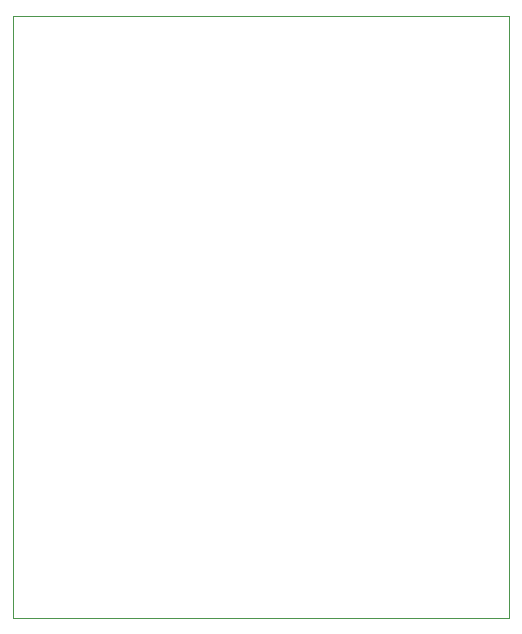
<source format=gm1>
%TF.GenerationSoftware,KiCad,Pcbnew,7.0.1*%
%TF.CreationDate,2024-07-09T13:26:22+08:00*%
%TF.ProjectId,iecadp,69656361-6470-42e6-9b69-6361645f7063,rev?*%
%TF.SameCoordinates,Original*%
%TF.FileFunction,Profile,NP*%
%FSLAX46Y46*%
G04 Gerber Fmt 4.6, Leading zero omitted, Abs format (unit mm)*
G04 Created by KiCad (PCBNEW 7.0.1) date 2024-07-09 13:26:22*
%MOMM*%
%LPD*%
G01*
G04 APERTURE LIST*
%TA.AperFunction,Profile*%
%ADD10C,0.100000*%
%TD*%
G04 APERTURE END LIST*
D10*
X150000000Y-110000000D02*
X108000000Y-110000000D01*
X108000000Y-59000000D02*
X150000000Y-59000000D01*
X108000000Y-110000000D02*
X108000000Y-59000000D01*
X150000000Y-59000000D02*
X150000000Y-110000000D01*
M02*

</source>
